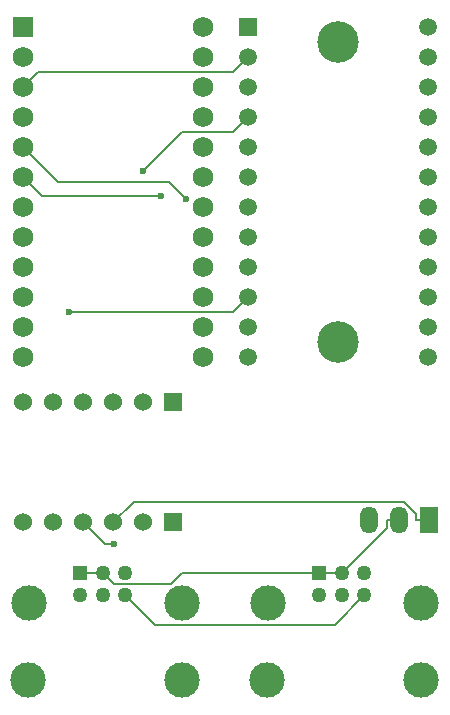
<source format=gbr>
%TF.GenerationSoftware,KiCad,Pcbnew,8.0.6*%
%TF.CreationDate,2025-04-03T12:19:07-05:00*%
%TF.ProjectId,Controller Combiner,436f6e74-726f-46c6-9c65-7220436f6d62,rev?*%
%TF.SameCoordinates,Original*%
%TF.FileFunction,Copper,L2,Bot*%
%TF.FilePolarity,Positive*%
%FSLAX46Y46*%
G04 Gerber Fmt 4.6, Leading zero omitted, Abs format (unit mm)*
G04 Created by KiCad (PCBNEW 8.0.6) date 2025-04-03 12:19:07*
%MOMM*%
%LPD*%
G01*
G04 APERTURE LIST*
%TA.AperFunction,ComponentPad*%
%ADD10R,1.752600X1.752600*%
%TD*%
%TA.AperFunction,ComponentPad*%
%ADD11C,1.752600*%
%TD*%
%TA.AperFunction,ComponentPad*%
%ADD12R,1.270000X1.270000*%
%TD*%
%TA.AperFunction,ComponentPad*%
%ADD13C,1.270000*%
%TD*%
%TA.AperFunction,ComponentPad*%
%ADD14C,3.000000*%
%TD*%
%TA.AperFunction,ComponentPad*%
%ADD15R,1.500000X2.300000*%
%TD*%
%TA.AperFunction,ComponentPad*%
%ADD16O,1.500000X2.300000*%
%TD*%
%TA.AperFunction,ComponentPad*%
%ADD17C,1.524000*%
%TD*%
%TA.AperFunction,ComponentPad*%
%ADD18R,1.524000X1.524000*%
%TD*%
%TA.AperFunction,ComponentPad*%
%ADD19R,1.508000X1.508000*%
%TD*%
%TA.AperFunction,ComponentPad*%
%ADD20C,1.508000*%
%TD*%
%TA.AperFunction,ComponentPad*%
%ADD21C,3.516000*%
%TD*%
%TA.AperFunction,ViaPad*%
%ADD22C,0.600000*%
%TD*%
%TA.AperFunction,Conductor*%
%ADD23C,0.200000*%
%TD*%
G04 APERTURE END LIST*
D10*
%TO.P,U4,1,TX*%
%TO.N,unconnected-(U4-TX-Pad1)*%
X114300000Y-62230000D03*
D11*
%TO.P,U4,2,RX*%
%TO.N,unconnected-(U4-RX-Pad2)*%
X114300000Y-64770000D03*
%TO.P,U4,3,GND*%
%TO.N,Net-(1a1-GND)*%
X114300000Y-67310000D03*
%TO.P,U4,4,GND*%
%TO.N,unconnected-(U4-GND-Pad4)*%
X114300000Y-69850000D03*
%TO.P,U4,5,SDA*%
%TO.N,Net-(U4-SDA)*%
X114300000Y-72390000D03*
%TO.P,U4,6,SCL*%
%TO.N,Net-(U4-SCL)*%
X114300000Y-74930000D03*
%TO.P,U4,7,D4*%
%TO.N,unconnected-(U4-D4-Pad7)*%
X114300000Y-77470000D03*
%TO.P,U4,8,C6*%
%TO.N,unconnected-(U4-C6-Pad8)*%
X114300000Y-80010000D03*
%TO.P,U4,9,D7*%
%TO.N,unconnected-(U4-D7-Pad9)*%
X114300000Y-82550000D03*
%TO.P,U4,10,E6*%
%TO.N,unconnected-(U4-E6-Pad10)*%
X114300000Y-85090000D03*
%TO.P,U4,11,B4*%
%TO.N,unconnected-(U4-B4-Pad11)*%
X114300000Y-87630000D03*
%TO.P,U4,12,B5*%
%TO.N,unconnected-(U4-B5-Pad12)*%
X114300000Y-90170000D03*
%TO.P,U4,13,B6*%
%TO.N,unconnected-(U4-B6-Pad13)*%
X129540000Y-90170000D03*
%TO.P,U4,14,B2*%
%TO.N,unconnected-(U4-B2-Pad14)*%
X129540000Y-87630000D03*
%TO.P,U4,15,B3*%
%TO.N,unconnected-(U4-B3-Pad15)*%
X129540000Y-85090000D03*
%TO.P,U4,16,B1*%
%TO.N,unconnected-(U4-B1-Pad16)*%
X129540000Y-82550000D03*
%TO.P,U4,17,F7*%
%TO.N,unconnected-(U4-F7-Pad17)*%
X129540000Y-80010000D03*
%TO.P,U4,18,F6*%
%TO.N,unconnected-(U4-F6-Pad18)*%
X129540000Y-77470000D03*
%TO.P,U4,19,F5*%
%TO.N,unconnected-(U4-F5-Pad19)*%
X129540000Y-74930000D03*
%TO.P,U4,20,F4*%
%TO.N,unconnected-(U4-F4-Pad20)*%
X129540000Y-72390000D03*
%TO.P,U4,21,VCC*%
%TO.N,Net-(U2-IN)*%
X129540000Y-69850000D03*
%TO.P,U4,22,RST*%
%TO.N,unconnected-(U4-RST-Pad22)*%
X129540000Y-67310000D03*
%TO.P,U4,23,GND*%
%TO.N,Net-(U2-GND)*%
X129540000Y-64770000D03*
%TO.P,U4,24,RAW*%
%TO.N,unconnected-(U4-RAW-Pad24)*%
X129540000Y-62230000D03*
%TD*%
D12*
%TO.P,1a1,1,3.3v*%
%TO.N,Net-(U1-VIN)*%
X119125000Y-108405000D03*
D13*
%TO.P,1a1,2,SCL*%
%TO.N,Net-(1a1-SCL)*%
X119125000Y-110310000D03*
%TO.P,1a1,3,3.3v*%
%TO.N,Net-(U1-VIN)*%
X121030000Y-108405000D03*
%TO.P,1a1,4*%
%TO.N,N/C*%
X121030000Y-110310000D03*
%TO.P,1a1,5,SDA*%
%TO.N,Net-(1a1-SDA)*%
X122935000Y-108405000D03*
%TO.P,1a1,6,GND*%
%TO.N,Net-(1a1-GND)*%
X122935000Y-110310000D03*
D14*
%TO.P,1a1,SH*%
%TO.N,N/C*%
X114725000Y-117505000D03*
X114807000Y-110945000D03*
X127725000Y-117505000D03*
X127761000Y-110945000D03*
%TD*%
D15*
%TO.P,U2,1,IN*%
%TO.N,Net-(U2-IN)*%
X148600000Y-103960000D03*
D16*
%TO.P,U2,2,OUT*%
%TO.N,Net-(U1-VIN)*%
X146100000Y-103960000D03*
%TO.P,U2,3,GND*%
%TO.N,Net-(U2-GND)*%
X143600000Y-103910000D03*
%TD*%
D12*
%TO.P,1b1,1,3.3v*%
%TO.N,Net-(U1-VIN)*%
X139355000Y-108405000D03*
D13*
%TO.P,1b1,2,SCL*%
%TO.N,Net-(1b1-SCL)*%
X139355000Y-110310000D03*
%TO.P,1b1,3,3.3v*%
%TO.N,Net-(U1-VIN)*%
X141260000Y-108405000D03*
%TO.P,1b1,4*%
%TO.N,N/C*%
X141260000Y-110310000D03*
%TO.P,1b1,5,SDA*%
%TO.N,Net-(1b1-SDA)*%
X143165000Y-108405000D03*
%TO.P,1b1,6,GND*%
%TO.N,Net-(1a1-GND)*%
X143165000Y-110310000D03*
D14*
%TO.P,1b1,SH*%
%TO.N,N/C*%
X134955000Y-117505000D03*
X135037000Y-110945000D03*
X147955000Y-117505000D03*
X147991000Y-110945000D03*
%TD*%
D17*
%TO.P,U3,GND_1,GND*%
%TO.N,Net-(1a1-GND)*%
X119380000Y-104140000D03*
%TO.P,U3,GND_2,GND*%
X119380000Y-93980000D03*
%TO.P,U3,HV,HV*%
%TO.N,Net-(U2-IN)*%
X121920000Y-104140000D03*
D18*
%TO.P,U3,HV1,HV1*%
%TO.N,Net-(U4-SDA)*%
X127000000Y-104140000D03*
D17*
%TO.P,U3,HV2,HV2*%
%TO.N,Net-(U4-SCL)*%
X124460000Y-104140000D03*
%TO.P,U3,HV3,HV3*%
%TO.N,unconnected-(U3-PadHV3)*%
X116840000Y-104140000D03*
%TO.P,U3,HV4,HV4*%
%TO.N,unconnected-(U3-PadHV4)*%
X114300000Y-104140000D03*
%TO.P,U3,LV,LV*%
%TO.N,Net-(U1-VIN)*%
X121920000Y-93980000D03*
D18*
%TO.P,U3,LV1,LV1*%
%TO.N,Net-(U1-SDA)*%
X127000000Y-93980000D03*
D17*
%TO.P,U3,LV2,LV2*%
%TO.N,Net-(U1-SCL)*%
X124460000Y-93980000D03*
%TO.P,U3,LV3,LV3*%
%TO.N,unconnected-(U3-PadLV3)*%
X116840000Y-93980000D03*
%TO.P,U3,LV4,LV4*%
%TO.N,unconnected-(U3-PadLV4)*%
X114300000Y-93980000D03*
%TD*%
D19*
%TO.P,U1,1,VIN*%
%TO.N,Net-(U1-VIN)*%
X133350000Y-62230000D03*
D20*
%TO.P,U1,2,GND*%
%TO.N,Net-(1a1-GND)*%
X133350000Y-64770000D03*
%TO.P,U1,3,SDA*%
%TO.N,Net-(U1-SDA)*%
X133350000Y-67310000D03*
%TO.P,U1,4,SCL*%
%TO.N,Net-(U1-SCL)*%
X133350000Y-69850000D03*
%TO.P,U1,5,RST*%
%TO.N,unconnected-(U1-RST-Pad5)*%
X133350000Y-72390000D03*
%TO.P,U1,6,A0*%
%TO.N,unconnected-(U1-A0-Pad6)*%
X133350000Y-74930000D03*
%TO.P,U1,7,A1*%
%TO.N,unconnected-(U1-A1-Pad7)*%
X133350000Y-77470000D03*
%TO.P,U1,8,A2*%
%TO.N,unconnected-(U1-A2-Pad8)*%
X133350000Y-80010000D03*
%TO.P,U1,9,SDA0*%
%TO.N,Net-(1a1-SDA)*%
X133350000Y-82550000D03*
%TO.P,U1,10,SCL0*%
%TO.N,Net-(1a1-SCL)*%
X133350000Y-85090000D03*
%TO.P,U1,11,SDA1*%
%TO.N,Net-(1b1-SDA)*%
X133350000Y-87630000D03*
%TO.P,U1,12,SCL1*%
%TO.N,Net-(1b1-SCL)*%
X133350000Y-90170000D03*
%TO.P,U1,13,SDA2*%
%TO.N,unconnected-(U1-SDA2-Pad13)*%
X148590000Y-90170000D03*
%TO.P,U1,14,SCL2*%
%TO.N,unconnected-(U1-SCL2-Pad14)*%
X148590000Y-87630000D03*
%TO.P,U1,15,SDA3*%
%TO.N,unconnected-(U1-SDA3-Pad15)*%
X148590000Y-85090000D03*
%TO.P,U1,16,SCL3*%
%TO.N,unconnected-(U1-SCL3-Pad16)*%
X148590000Y-82550000D03*
%TO.P,U1,17,SDA4*%
%TO.N,unconnected-(U1-SDA4-Pad17)*%
X148590000Y-80010000D03*
%TO.P,U1,18,SCL4*%
%TO.N,unconnected-(U1-SCL4-Pad18)*%
X148590000Y-77470000D03*
%TO.P,U1,19,SDA5*%
%TO.N,unconnected-(U1-SDA5-Pad19)*%
X148590000Y-74930000D03*
%TO.P,U1,20,SCL5*%
%TO.N,unconnected-(U1-SCL5-Pad20)*%
X148590000Y-72390000D03*
%TO.P,U1,21,SDA6*%
%TO.N,unconnected-(U1-SDA6-Pad21)*%
X148590000Y-69850000D03*
%TO.P,U1,22,SCL6*%
%TO.N,unconnected-(U1-SCL6-Pad22)*%
X148590000Y-67310000D03*
%TO.P,U1,23,SDA7*%
%TO.N,unconnected-(U1-SDA7-Pad23)*%
X148590000Y-64770000D03*
%TO.P,U1,24,SCL7*%
%TO.N,unconnected-(U1-SCL7-Pad24)*%
X148590000Y-62230000D03*
D21*
%TO.P,U1,P1*%
%TO.N,N/C*%
X140970000Y-63500000D03*
%TO.P,U1,P2*%
X140970000Y-88900000D03*
%TD*%
D22*
%TO.N,Net-(1a1-SCL)*%
X118160000Y-86360000D03*
%TO.N,Net-(1a1-GND)*%
X121982500Y-105953000D03*
%TO.N,Net-(U1-SCL)*%
X124460000Y-74422300D03*
%TO.N,Net-(U4-SCL)*%
X125936300Y-76480100D03*
%TO.N,Net-(U4-SDA)*%
X128063700Y-76765500D03*
%TD*%
D23*
%TO.N,Net-(1a1-SCL)*%
X133350000Y-85090000D02*
X132080000Y-86360000D01*
X132080000Y-86360000D02*
X118160000Y-86360000D01*
%TO.N,Net-(1a1-GND)*%
X133350000Y-64770000D02*
X132080000Y-66040000D01*
X119380000Y-104140000D02*
X121193000Y-105953000D01*
X125410500Y-112785500D02*
X140689500Y-112785500D01*
X140689500Y-112785500D02*
X143165000Y-110310000D01*
X122935000Y-110310000D02*
X125410500Y-112785500D01*
X132080000Y-66040000D02*
X115570000Y-66040000D01*
X121193000Y-105953000D02*
X121982500Y-105953000D01*
X115570000Y-66040000D02*
X114300000Y-67310000D01*
%TO.N,Net-(U1-VIN)*%
X126800500Y-109357500D02*
X127753000Y-108405000D01*
X141260000Y-108405000D02*
X140291700Y-108405000D01*
X127753000Y-108405000D02*
X139355000Y-108405000D01*
X121030000Y-108405000D02*
X121982500Y-109357500D01*
X139355000Y-108405000D02*
X140291700Y-108405000D01*
X146100000Y-103960000D02*
X145048300Y-103960000D01*
X119125000Y-108405000D02*
X121030000Y-108405000D01*
X121982500Y-109357500D02*
X126800500Y-109357500D01*
X145048300Y-104616700D02*
X141260000Y-108405000D01*
X145048300Y-103960000D02*
X145048300Y-104616700D01*
%TO.N,Net-(U1-SCL)*%
X133350000Y-69850000D02*
X132080000Y-71120000D01*
X132080000Y-71120000D02*
X127762300Y-71120000D01*
X127762300Y-71120000D02*
X124460000Y-74422300D01*
%TO.N,Net-(U2-IN)*%
X123650700Y-102409300D02*
X121920000Y-104140000D01*
X147548300Y-103960000D02*
X147548300Y-103434200D01*
X147548300Y-103434200D02*
X146523400Y-102409300D01*
X148600000Y-103960000D02*
X147548300Y-103960000D01*
X146523400Y-102409300D02*
X123650700Y-102409300D01*
%TO.N,Net-(U4-SCL)*%
X115850100Y-76480100D02*
X125936300Y-76480100D01*
X114300000Y-74930000D02*
X115850100Y-76480100D01*
%TO.N,Net-(U4-SDA)*%
X117256700Y-75346700D02*
X126644900Y-75346700D01*
X114300000Y-72390000D02*
X117256700Y-75346700D01*
X126644900Y-75346700D02*
X128063700Y-76765500D01*
%TD*%
M02*

</source>
